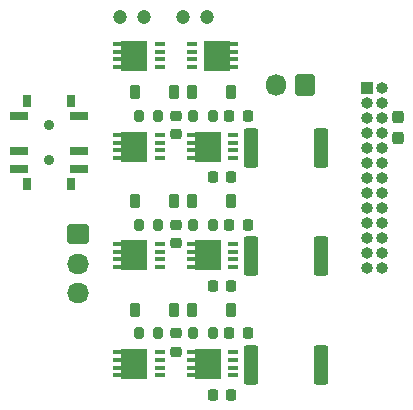
<source format=gbr>
%TF.GenerationSoftware,KiCad,Pcbnew,7.0.11*%
%TF.CreationDate,2024-11-13T01:10:25+09:00*%
%TF.ProjectId,MD,4d442e6b-6963-4616-945f-706362585858,rev?*%
%TF.SameCoordinates,Original*%
%TF.FileFunction,Soldermask,Top*%
%TF.FilePolarity,Negative*%
%FSLAX46Y46*%
G04 Gerber Fmt 4.6, Leading zero omitted, Abs format (unit mm)*
G04 Created by KiCad (PCBNEW 7.0.11) date 2024-11-13 01:10:25*
%MOMM*%
%LPD*%
G01*
G04 APERTURE LIST*
G04 Aperture macros list*
%AMRoundRect*
0 Rectangle with rounded corners*
0 $1 Rounding radius*
0 $2 $3 $4 $5 $6 $7 $8 $9 X,Y pos of 4 corners*
0 Add a 4 corners polygon primitive as box body*
4,1,4,$2,$3,$4,$5,$6,$7,$8,$9,$2,$3,0*
0 Add four circle primitives for the rounded corners*
1,1,$1+$1,$2,$3*
1,1,$1+$1,$4,$5*
1,1,$1+$1,$6,$7*
1,1,$1+$1,$8,$9*
0 Add four rect primitives between the rounded corners*
20,1,$1+$1,$2,$3,$4,$5,0*
20,1,$1+$1,$4,$5,$6,$7,0*
20,1,$1+$1,$6,$7,$8,$9,0*
20,1,$1+$1,$8,$9,$2,$3,0*%
G04 Aperture macros list end*
%ADD10RoundRect,0.250000X0.362500X1.425000X-0.362500X1.425000X-0.362500X-1.425000X0.362500X-1.425000X0*%
%ADD11RoundRect,0.225000X0.225000X0.250000X-0.225000X0.250000X-0.225000X-0.250000X0.225000X-0.250000X0*%
%ADD12RoundRect,0.225000X-0.225000X-0.375000X0.225000X-0.375000X0.225000X0.375000X-0.225000X0.375000X0*%
%ADD13RoundRect,0.225000X0.250000X-0.225000X0.250000X0.225000X-0.250000X0.225000X-0.250000X-0.225000X0*%
%ADD14RoundRect,0.200000X0.200000X0.275000X-0.200000X0.275000X-0.200000X-0.275000X0.200000X-0.275000X0*%
%ADD15R,0.900000X0.400000*%
%ADD16R,0.900000X0.375000*%
%ADD17R,0.700000X0.400000*%
%ADD18R,2.200000X2.650000*%
%ADD19R,0.700000X0.375000*%
%ADD20RoundRect,0.237500X-0.237500X0.287500X-0.237500X-0.287500X0.237500X-0.287500X0.237500X0.287500X0*%
%ADD21C,0.900000*%
%ADD22R,1.500000X0.700000*%
%ADD23R,0.800000X1.000000*%
%ADD24RoundRect,0.250000X-0.675000X0.600000X-0.675000X-0.600000X0.675000X-0.600000X0.675000X0.600000X0*%
%ADD25O,1.850000X1.700000*%
%ADD26RoundRect,0.250000X0.600000X0.675000X-0.600000X0.675000X-0.600000X-0.675000X0.600000X-0.675000X0*%
%ADD27O,1.700000X1.850000*%
%ADD28C,1.200000*%
%ADD29R,1.000000X1.000000*%
%ADD30O,1.000000X1.000000*%
G04 APERTURE END LIST*
D10*
%TO.C,R61*%
X27462500Y-21400000D03*
X21537500Y-21400000D03*
%TD*%
D11*
%TO.C,C41*%
X21275000Y-9500000D03*
X19725000Y-9500000D03*
%TD*%
%TO.C,C38*%
X21275000Y-18700000D03*
X19725000Y-18700000D03*
%TD*%
D12*
%TO.C,D18*%
X11750000Y-7500000D03*
X15050000Y-7500000D03*
%TD*%
D13*
%TO.C,C40*%
X15200000Y-11075000D03*
X15200000Y-9525000D03*
%TD*%
D14*
%TO.C,R67*%
X13725000Y-27900000D03*
X12075000Y-27900000D03*
%TD*%
%TO.C,R68*%
X18325000Y-27900000D03*
X16675000Y-27900000D03*
%TD*%
D15*
%TO.C,Q12*%
X20050000Y-13075000D03*
X20050000Y-12425000D03*
D16*
X20050000Y-11787500D03*
D15*
X20050000Y-11125000D03*
D17*
X16450000Y-13075000D03*
X16450000Y-12425000D03*
D18*
X17900000Y-12100000D03*
D19*
X16450000Y-11787500D03*
D17*
X16450000Y-11125000D03*
%TD*%
D15*
%TO.C,Q10*%
X13850000Y-31475000D03*
X13850000Y-30825000D03*
D16*
X13850000Y-30187500D03*
D15*
X13850000Y-29525000D03*
D17*
X10250000Y-31475000D03*
X10250000Y-30825000D03*
D18*
X11700000Y-30500000D03*
D19*
X10250000Y-30187500D03*
D17*
X10250000Y-29525000D03*
%TD*%
D13*
%TO.C,C37*%
X15200000Y-20275000D03*
X15200000Y-18725000D03*
%TD*%
D10*
%TO.C,R66*%
X27462500Y-12200000D03*
X21537500Y-12200000D03*
%TD*%
D12*
%TO.C,D17*%
X16550000Y-16700000D03*
X19850000Y-16700000D03*
%TD*%
D20*
%TO.C,D1*%
X34013195Y-9625000D03*
X34013195Y-11375000D03*
%TD*%
D14*
%TO.C,R73*%
X13725000Y-9500000D03*
X12075000Y-9500000D03*
%TD*%
D21*
%TO.C,SW4*%
X4450000Y-10250000D03*
X4450000Y-13250000D03*
D22*
X7000000Y-9500000D03*
X7000000Y-12500000D03*
X7000000Y-14000000D03*
X1900000Y-9500000D03*
X1900000Y-12500000D03*
X1900000Y-14000000D03*
D23*
X6300000Y-8250000D03*
X6300000Y-15250000D03*
X2600000Y-8250000D03*
X2600000Y-15250000D03*
%TD*%
D12*
%TO.C,D15*%
X16550000Y-25900000D03*
X19850000Y-25900000D03*
%TD*%
D24*
%TO.C,J6*%
X6950000Y-19500000D03*
D25*
X6950000Y-22000000D03*
X6950000Y-24500000D03*
%TD*%
D15*
%TO.C,Q6*%
X13850000Y-5375000D03*
X13850000Y-4725000D03*
D16*
X13850000Y-4087500D03*
D15*
X13850000Y-3425000D03*
D17*
X10250000Y-5375000D03*
X10250000Y-4725000D03*
D18*
X11700000Y-4400000D03*
D19*
X10250000Y-4087500D03*
D17*
X10250000Y-3425000D03*
%TD*%
D15*
%TO.C,Q9*%
X13850000Y-22275000D03*
X13850000Y-21625000D03*
D16*
X13850000Y-20987500D03*
D15*
X13850000Y-20325000D03*
D17*
X10250000Y-22275000D03*
X10250000Y-21625000D03*
D18*
X11700000Y-21300000D03*
D19*
X10250000Y-20987500D03*
D17*
X10250000Y-20325000D03*
%TD*%
D11*
%TO.C,C34*%
X21275000Y-27900000D03*
X19725000Y-27900000D03*
%TD*%
D13*
%TO.C,C33*%
X15200000Y-29475000D03*
X15200000Y-27925000D03*
%TD*%
D15*
%TO.C,Q8*%
X20050000Y-22275000D03*
X20050000Y-21625000D03*
D16*
X20050000Y-20987500D03*
D15*
X20050000Y-20325000D03*
D17*
X16450000Y-22275000D03*
X16450000Y-21625000D03*
D18*
X17900000Y-21300000D03*
D19*
X16450000Y-20987500D03*
D17*
X16450000Y-20325000D03*
%TD*%
D11*
%TO.C,C35*%
X19875000Y-33100000D03*
X18325000Y-33100000D03*
%TD*%
D12*
%TO.C,D16*%
X11750000Y-16700000D03*
X15050000Y-16700000D03*
%TD*%
D14*
%TO.C,R74*%
X18325000Y-9500000D03*
X16675000Y-9500000D03*
%TD*%
%TO.C,R70*%
X13725000Y-18700000D03*
X12075000Y-18700000D03*
%TD*%
D12*
%TO.C,D19*%
X16550000Y-7500000D03*
X19850000Y-7500000D03*
%TD*%
%TO.C,D14*%
X11750000Y-25900000D03*
X15050000Y-25900000D03*
%TD*%
D10*
%TO.C,R56*%
X27462500Y-30600000D03*
X21537500Y-30600000D03*
%TD*%
D11*
%TO.C,C39*%
X19875000Y-14700000D03*
X18325000Y-14700000D03*
%TD*%
D15*
%TO.C,Q11*%
X13850000Y-13075000D03*
X13850000Y-12425000D03*
D16*
X13850000Y-11787500D03*
D15*
X13850000Y-11125000D03*
D17*
X10250000Y-13075000D03*
X10250000Y-12425000D03*
D18*
X11700000Y-12100000D03*
D19*
X10250000Y-11787500D03*
D17*
X10250000Y-11125000D03*
%TD*%
D26*
%TO.C,J5*%
X26150000Y-6850000D03*
D27*
X23650000Y-6850000D03*
%TD*%
D14*
%TO.C,R71*%
X18325000Y-18700000D03*
X16675000Y-18700000D03*
%TD*%
D15*
%TO.C,Q7*%
X20050000Y-31475000D03*
X20050000Y-30825000D03*
D16*
X20050000Y-30187500D03*
D15*
X20050000Y-29525000D03*
D17*
X16450000Y-31475000D03*
X16450000Y-30825000D03*
D18*
X17900000Y-30500000D03*
D19*
X16450000Y-30187500D03*
D17*
X16450000Y-29525000D03*
%TD*%
D11*
%TO.C,C36*%
X19875000Y-23900000D03*
X18325000Y-23900000D03*
%TD*%
D15*
%TO.C,Q2*%
X16550000Y-3425000D03*
X16550000Y-4075000D03*
D16*
X16550000Y-4712500D03*
D15*
X16550000Y-5375000D03*
D17*
X20150000Y-3425000D03*
X20150000Y-4075000D03*
D18*
X18700000Y-4400000D03*
D19*
X20150000Y-4712500D03*
D17*
X20150000Y-5375000D03*
%TD*%
D28*
%TO.C,C17*%
X12500000Y-1100000D03*
X10500000Y-1100000D03*
%TD*%
D29*
%TO.C,J4*%
X31355000Y-7175000D03*
D30*
X32625000Y-7175000D03*
X31355000Y-8445000D03*
X32625000Y-8445000D03*
X31355000Y-9715000D03*
X32625000Y-9715000D03*
X31355000Y-10985000D03*
X32625000Y-10985000D03*
X31355000Y-12255000D03*
X32625000Y-12255000D03*
X31355000Y-13525000D03*
X32625000Y-13525000D03*
X31355000Y-14795000D03*
X32625000Y-14795000D03*
X31355000Y-16065000D03*
X32625000Y-16065000D03*
X31355000Y-17335000D03*
X32625000Y-17335000D03*
X31355000Y-18605000D03*
X32625000Y-18605000D03*
X31355000Y-19875000D03*
X32625000Y-19875000D03*
X31355000Y-21145000D03*
X32625000Y-21145000D03*
X31355000Y-22415000D03*
X32625000Y-22415000D03*
%TD*%
D28*
%TO.C,C2*%
X17800000Y-1100000D03*
X15800000Y-1100000D03*
%TD*%
M02*

</source>
